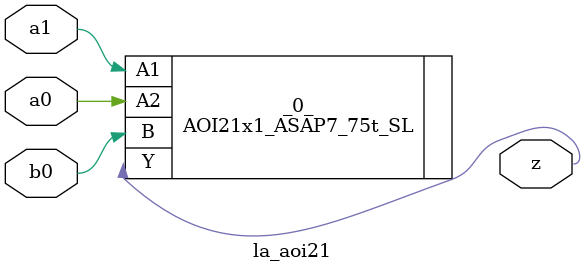
<source format=v>

/* Generated by Yosys 0.37 (git sha1 a5c7f69ed, clang 14.0.0-1ubuntu1.1 -fPIC -Os) */

module la_aoi21(a0, a1, b0, z);
  input a0;
  wire a0;
  input a1;
  wire a1;
  input b0;
  wire b0;
  output z;
  wire z;
  AOI21x1_ASAP7_75t_SL _0_ (
    .A1(a1),
    .A2(a0),
    .B(b0),
    .Y(z)
  );
endmodule

</source>
